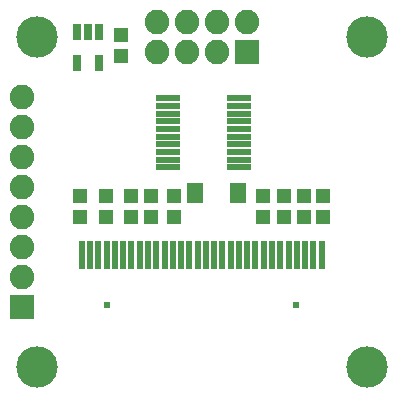
<source format=gbs>
G75*
%MOIN*%
%OFA0B0*%
%FSLAX24Y24*%
%IPPOS*%
%LPD*%
%AMOC8*
5,1,8,0,0,1.08239X$1,22.5*
%
%ADD10R,0.0218X0.0946*%
%ADD11C,0.0237*%
%ADD12R,0.0474X0.0513*%
%ADD13C,0.1380*%
%ADD14R,0.0820X0.0820*%
%ADD15C,0.0820*%
%ADD16R,0.0580X0.0330*%
%ADD17R,0.0297X0.0552*%
%ADD18R,0.0789X0.0237*%
D10*
X002729Y004953D03*
X003005Y004953D03*
X003280Y004953D03*
X003556Y004953D03*
X003831Y004953D03*
X004107Y004953D03*
X004382Y004953D03*
X004658Y004953D03*
X004934Y004953D03*
X005209Y004953D03*
X005485Y004953D03*
X005760Y004953D03*
X006036Y004953D03*
X006312Y004953D03*
X006587Y004953D03*
X006863Y004953D03*
X007138Y004953D03*
X007414Y004953D03*
X007690Y004953D03*
X007965Y004953D03*
X008241Y004953D03*
X008516Y004953D03*
X008792Y004953D03*
X009068Y004953D03*
X009343Y004953D03*
X009619Y004953D03*
X009894Y004953D03*
X010170Y004953D03*
X010445Y004953D03*
X010721Y004953D03*
D11*
X009875Y003279D03*
X003575Y003279D03*
D12*
X003525Y006221D03*
X003525Y006929D03*
X002675Y006929D03*
X002675Y006221D03*
X004375Y006221D03*
X005025Y006221D03*
X005025Y006929D03*
X004375Y006929D03*
X005815Y006929D03*
X005815Y006221D03*
X008775Y006221D03*
X009475Y006221D03*
X010125Y006221D03*
X010775Y006221D03*
X010775Y006929D03*
X010125Y006929D03*
X009475Y006929D03*
X008775Y006929D03*
X004025Y011571D03*
X004025Y012279D03*
D13*
X001225Y001225D03*
X001225Y012225D03*
X012225Y012225D03*
X012225Y001225D03*
D14*
X008225Y011725D03*
X000725Y003225D03*
D15*
X000725Y004225D03*
X000725Y005225D03*
X000725Y006225D03*
X000725Y007225D03*
X000725Y008225D03*
X000725Y009225D03*
X000725Y010225D03*
X005225Y011725D03*
X005225Y012725D03*
X006225Y012725D03*
X006225Y011725D03*
X007225Y011725D03*
X007225Y012725D03*
X008225Y012725D03*
D16*
X007925Y007202D03*
X007925Y006848D03*
X006505Y006848D03*
X006505Y007202D03*
D17*
X003299Y011363D03*
X002551Y011363D03*
X002551Y012387D03*
X002925Y012387D03*
X003299Y012387D03*
D18*
X005594Y010177D03*
X005594Y009921D03*
X005594Y009665D03*
X005594Y009409D03*
X005594Y009153D03*
X005594Y008897D03*
X005594Y008641D03*
X005594Y008385D03*
X005594Y008129D03*
X005594Y007873D03*
X007956Y007873D03*
X007956Y008129D03*
X007956Y008385D03*
X007956Y008641D03*
X007956Y008897D03*
X007956Y009153D03*
X007956Y009409D03*
X007956Y009665D03*
X007956Y009921D03*
X007956Y010177D03*
M02*

</source>
